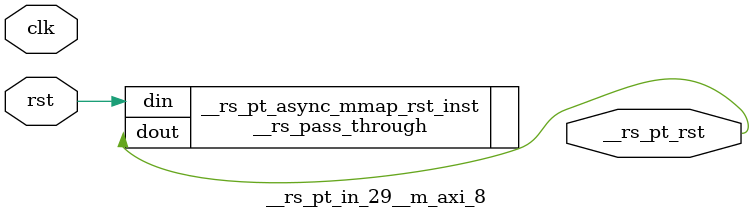
<source format=v>
`timescale 1 ns / 1 ps
/**   Generated by RapidStream   **/
module __rs_pt_in_29__m_axi_8 #(
    parameter BufferSize         = 32,
    parameter BufferSizeLog      = 5,
    parameter AddrWidth          = 64,
    parameter AxiSideAddrWidth   = 64,
    parameter DataWidth          = 512,
    parameter DataWidthBytesLog  = 6,
    parameter WaitTimeWidth      = 4,
    parameter BurstLenWidth      = 8,
    parameter EnableReadChannel  = 1,
    parameter EnableWriteChannel = 1,
    parameter MaxWaitTime        = 3,
    parameter MaxBurstLen        = 15
) (
    output wire __rs_pt_rst,
    input wire  clk,
    input wire  rst
);




__rs_pass_through #(
    .WIDTH (1)
) __rs_pt_async_mmap_rst_inst /**   Generated by RapidStream   **/ (
    .din  (rst),
    .dout (__rs_pt_rst)
);

endmodule  // __rs_pt_in_29__m_axi_8
</source>
